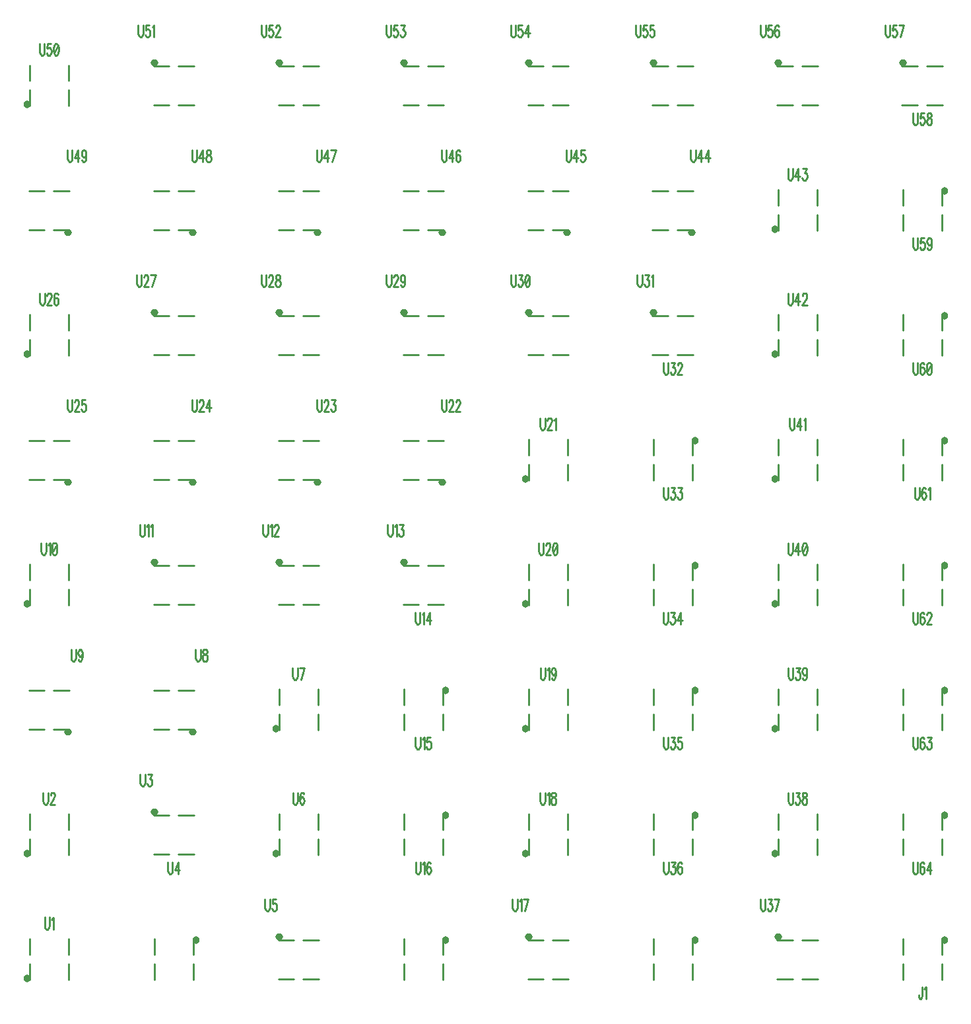
<source format=gto>
G04 DipTrace 2.4.0.2*
%IN64xAPA102x16mm.gto*%
%MOMM*%
%ADD10C,0.25*%
%ADD18O,0.925X0.974*%
%ADD20O,0.974X0.925*%
%ADD30C,0.235*%
%FSLAX53Y53*%
G04*
G71*
G90*
G75*
G01*
%LNTopSilk*%
%LPD*%
X15500Y20601D2*
D10*
Y18600D1*
X20500Y20601D2*
Y18600D1*
Y17401D2*
Y15400D1*
X15500Y17401D2*
Y15400D1*
D18*
X15137Y15537D3*
X15500Y36601D2*
D10*
Y34600D1*
X20500Y36601D2*
Y34600D1*
Y33401D2*
Y31400D1*
X15500Y33401D2*
Y31400D1*
D18*
X15137Y31537D3*
X36601Y36500D2*
D10*
X34600D1*
X36601Y31500D2*
X34600D1*
X33401D2*
X31400D1*
X33401Y36500D2*
X31400D1*
D20*
X31537Y36863D3*
X36500Y15399D2*
D10*
Y17400D1*
X31500Y15399D2*
Y17400D1*
Y18599D2*
Y20600D1*
X36500Y18599D2*
Y20600D1*
D18*
X36863Y20463D3*
X52601Y20500D2*
D10*
X50600D1*
X52601Y15500D2*
X50600D1*
X49401D2*
X47400D1*
X49401Y20500D2*
X47400D1*
D20*
X47537Y20863D3*
X47500Y36601D2*
D10*
Y34600D1*
X52500Y36601D2*
Y34600D1*
Y33401D2*
Y31400D1*
X47500Y33401D2*
Y31400D1*
D18*
X47137Y31537D3*
X47500Y52601D2*
D10*
Y50600D1*
X52500Y52601D2*
Y50600D1*
Y49401D2*
Y47400D1*
X47500Y49401D2*
Y47400D1*
D18*
X47137Y47537D3*
X31399Y47500D2*
D10*
X33400D1*
X31399Y52500D2*
X33400D1*
X34599D2*
X36600D1*
X34599Y47500D2*
X36600D1*
D20*
X36463Y47137D3*
X15399Y47500D2*
D10*
X17400D1*
X15399Y52500D2*
X17400D1*
X18599D2*
X20600D1*
X18599Y47500D2*
X20600D1*
D20*
X20463Y47137D3*
X15500Y68601D2*
D10*
Y66600D1*
X20500Y68601D2*
Y66600D1*
Y65401D2*
Y63400D1*
X15500Y65401D2*
Y63400D1*
D18*
X15137Y63537D3*
X36601Y68500D2*
D10*
X34600D1*
X36601Y63500D2*
X34600D1*
X33401D2*
X31400D1*
X33401Y68500D2*
X31400D1*
D20*
X31537Y68863D3*
X52601Y68500D2*
D10*
X50600D1*
X52601Y63500D2*
X50600D1*
X49401D2*
X47400D1*
X49401Y68500D2*
X47400D1*
D20*
X47537Y68863D3*
X68601Y68500D2*
D10*
X66600D1*
X68601Y63500D2*
X66600D1*
X65401D2*
X63400D1*
X65401Y68500D2*
X63400D1*
D20*
X63537Y68863D3*
X68500Y47399D2*
D10*
Y49400D1*
X63500Y47399D2*
Y49400D1*
Y50599D2*
Y52600D1*
X68500Y50599D2*
Y52600D1*
D18*
X68863Y52463D3*
X68500Y31399D2*
D10*
Y33400D1*
X63500Y31399D2*
Y33400D1*
Y34599D2*
Y36600D1*
X68500Y34599D2*
Y36600D1*
D18*
X68863Y36463D3*
X68500Y15399D2*
D10*
Y17400D1*
X63500Y15399D2*
Y17400D1*
Y18599D2*
Y20600D1*
X68500Y18599D2*
Y20600D1*
D18*
X68863Y20463D3*
X84601Y20500D2*
D10*
X82600D1*
X84601Y15500D2*
X82600D1*
X81401D2*
X79400D1*
X81401Y20500D2*
X79400D1*
D20*
X79537Y20863D3*
X79500Y36601D2*
D10*
Y34600D1*
X84500Y36601D2*
Y34600D1*
Y33401D2*
Y31400D1*
X79500Y33401D2*
Y31400D1*
D18*
X79137Y31537D3*
X79500Y52601D2*
D10*
Y50600D1*
X84500Y52601D2*
Y50600D1*
Y49401D2*
Y47400D1*
X79500Y49401D2*
Y47400D1*
D18*
X79137Y47537D3*
X79500Y68601D2*
D10*
Y66600D1*
X84500Y68601D2*
Y66600D1*
Y65401D2*
Y63400D1*
X79500Y65401D2*
Y63400D1*
D18*
X79137Y63537D3*
X79500Y84601D2*
D10*
Y82600D1*
X84500Y84601D2*
Y82600D1*
Y81401D2*
Y79400D1*
X79500Y81401D2*
Y79400D1*
D18*
X79137Y79537D3*
X63399Y79500D2*
D10*
X65400D1*
X63399Y84500D2*
X65400D1*
X66599D2*
X68600D1*
X66599Y79500D2*
X68600D1*
D20*
X68463Y79137D3*
X47399Y79500D2*
D10*
X49400D1*
X47399Y84500D2*
X49400D1*
X50599D2*
X52600D1*
X50599Y79500D2*
X52600D1*
D20*
X52463Y79137D3*
X31399Y79500D2*
D10*
X33400D1*
X31399Y84500D2*
X33400D1*
X34599D2*
X36600D1*
X34599Y79500D2*
X36600D1*
D20*
X36463Y79137D3*
X15399Y79500D2*
D10*
X17400D1*
X15399Y84500D2*
X17400D1*
X18599D2*
X20600D1*
X18599Y79500D2*
X20600D1*
D20*
X20463Y79137D3*
X15500Y100601D2*
D10*
Y98600D1*
X20500Y100601D2*
Y98600D1*
Y97401D2*
Y95400D1*
X15500Y97401D2*
Y95400D1*
D18*
X15137Y95537D3*
X36601Y100500D2*
D10*
X34600D1*
X36601Y95500D2*
X34600D1*
X33401D2*
X31400D1*
X33401Y100500D2*
X31400D1*
D20*
X31537Y100863D3*
X52601Y100500D2*
D10*
X50600D1*
X52601Y95500D2*
X50600D1*
X49401D2*
X47400D1*
X49401Y100500D2*
X47400D1*
D20*
X47537Y100863D3*
X68601Y100500D2*
D10*
X66600D1*
X68601Y95500D2*
X66600D1*
X65401D2*
X63400D1*
X65401Y100500D2*
X63400D1*
D20*
X63537Y100863D3*
X84601Y100500D2*
D10*
X82600D1*
X84601Y95500D2*
X82600D1*
X81401D2*
X79400D1*
X81401Y100500D2*
X79400D1*
D20*
X79537Y100863D3*
X100601Y100500D2*
D10*
X98600D1*
X100601Y95500D2*
X98600D1*
X97401D2*
X95400D1*
X97401Y100500D2*
X95400D1*
D20*
X95537Y100863D3*
X100500Y79399D2*
D10*
Y81400D1*
X95500Y79399D2*
Y81400D1*
Y82599D2*
Y84600D1*
X100500Y82599D2*
Y84600D1*
D18*
X100863Y84463D3*
X100500Y63399D2*
D10*
Y65400D1*
X95500Y63399D2*
Y65400D1*
Y66599D2*
Y68600D1*
X100500Y66599D2*
Y68600D1*
D18*
X100863Y68463D3*
X100500Y47399D2*
D10*
Y49400D1*
X95500Y47399D2*
Y49400D1*
Y50599D2*
Y52600D1*
X100500Y50599D2*
Y52600D1*
D18*
X100863Y52463D3*
X100500Y31399D2*
D10*
Y33400D1*
X95500Y31399D2*
Y33400D1*
Y34599D2*
Y36600D1*
X100500Y34599D2*
Y36600D1*
D18*
X100863Y36463D3*
X100500Y15399D2*
D10*
Y17400D1*
X95500Y15399D2*
Y17400D1*
Y18599D2*
Y20600D1*
X100500Y18599D2*
Y20600D1*
D18*
X100863Y20463D3*
X116601Y20500D2*
D10*
X114600D1*
X116601Y15500D2*
X114600D1*
X113401D2*
X111400D1*
X113401Y20500D2*
X111400D1*
D20*
X111537Y20863D3*
X111500Y36601D2*
D10*
Y34600D1*
X116500Y36601D2*
Y34600D1*
Y33401D2*
Y31400D1*
X111500Y33401D2*
Y31400D1*
D18*
X111137Y31537D3*
X111500Y52601D2*
D10*
Y50600D1*
X116500Y52601D2*
Y50600D1*
Y49401D2*
Y47400D1*
X111500Y49401D2*
Y47400D1*
D18*
X111137Y47537D3*
X111500Y68601D2*
D10*
Y66600D1*
X116500Y68601D2*
Y66600D1*
Y65401D2*
Y63400D1*
X111500Y65401D2*
Y63400D1*
D18*
X111137Y63537D3*
X111500Y84601D2*
D10*
Y82600D1*
X116500Y84601D2*
Y82600D1*
Y81401D2*
Y79400D1*
X111500Y81401D2*
Y79400D1*
D18*
X111137Y79537D3*
X111500Y100601D2*
D10*
Y98600D1*
X116500Y100601D2*
Y98600D1*
Y97401D2*
Y95400D1*
X111500Y97401D2*
Y95400D1*
D18*
X111137Y95537D3*
X111500Y116601D2*
D10*
Y114600D1*
X116500Y116601D2*
Y114600D1*
Y113401D2*
Y111400D1*
X111500Y113401D2*
Y111400D1*
D18*
X111137Y111537D3*
X95399Y111500D2*
D10*
X97400D1*
X95399Y116500D2*
X97400D1*
X98599D2*
X100600D1*
X98599Y111500D2*
X100600D1*
D20*
X100463Y111137D3*
X79399Y111500D2*
D10*
X81400D1*
X79399Y116500D2*
X81400D1*
X82599D2*
X84600D1*
X82599Y111500D2*
X84600D1*
D20*
X84463Y111137D3*
X63399Y111500D2*
D10*
X65400D1*
X63399Y116500D2*
X65400D1*
X66599D2*
X68600D1*
X66599Y111500D2*
X68600D1*
D20*
X68463Y111137D3*
X47399Y111500D2*
D10*
X49400D1*
X47399Y116500D2*
X49400D1*
X50599D2*
X52600D1*
X50599Y111500D2*
X52600D1*
D20*
X52463Y111137D3*
X31399Y111500D2*
D10*
X33400D1*
X31399Y116500D2*
X33400D1*
X34599D2*
X36600D1*
X34599Y111500D2*
X36600D1*
D20*
X36463Y111137D3*
X15399Y111500D2*
D10*
X17400D1*
X15399Y116500D2*
X17400D1*
X18599D2*
X20600D1*
X18599Y111500D2*
X20600D1*
D20*
X20463Y111137D3*
X15500Y132601D2*
D10*
Y130600D1*
X20500Y132601D2*
Y130600D1*
Y129401D2*
Y127400D1*
X15500Y129401D2*
Y127400D1*
D18*
X15137Y127537D3*
X36601Y132500D2*
D10*
X34600D1*
X36601Y127500D2*
X34600D1*
X33401D2*
X31400D1*
X33401Y132500D2*
X31400D1*
D20*
X31537Y132863D3*
X52601Y132500D2*
D10*
X50600D1*
X52601Y127500D2*
X50600D1*
X49401D2*
X47400D1*
X49401Y132500D2*
X47400D1*
D20*
X47537Y132863D3*
X68601Y132500D2*
D10*
X66600D1*
X68601Y127500D2*
X66600D1*
X65401D2*
X63400D1*
X65401Y132500D2*
X63400D1*
D20*
X63537Y132863D3*
X84601Y132500D2*
D10*
X82600D1*
X84601Y127500D2*
X82600D1*
X81401D2*
X79400D1*
X81401Y132500D2*
X79400D1*
D20*
X79537Y132863D3*
X100601Y132500D2*
D10*
X98600D1*
X100601Y127500D2*
X98600D1*
X97401D2*
X95400D1*
X97401Y132500D2*
X95400D1*
D20*
X95537Y132863D3*
X116601Y132500D2*
D10*
X114600D1*
X116601Y127500D2*
X114600D1*
X113401D2*
X111400D1*
X113401Y132500D2*
X111400D1*
D20*
X111537Y132863D3*
X132601Y132500D2*
D10*
X130600D1*
X132601Y127500D2*
X130600D1*
X129401D2*
X127400D1*
X129401Y132500D2*
X127400D1*
D20*
X127537Y132863D3*
X132500Y111399D2*
D10*
Y113400D1*
X127500Y111399D2*
Y113400D1*
Y114599D2*
Y116600D1*
X132500Y114599D2*
Y116600D1*
D18*
X132863Y116463D3*
X132500Y95399D2*
D10*
Y97400D1*
X127500Y95399D2*
Y97400D1*
Y98599D2*
Y100600D1*
X132500Y98599D2*
Y100600D1*
D18*
X132863Y100463D3*
X132500Y79399D2*
D10*
Y81400D1*
X127500Y79399D2*
Y81400D1*
Y82599D2*
Y84600D1*
X132500Y82599D2*
Y84600D1*
D18*
X132863Y84463D3*
X132500Y63399D2*
D10*
Y65400D1*
X127500Y63399D2*
Y65400D1*
Y66599D2*
Y68600D1*
X132500Y66599D2*
Y68600D1*
D18*
X132863Y68463D3*
X132500Y47399D2*
D10*
Y49400D1*
X127500Y47399D2*
Y49400D1*
Y50599D2*
Y52600D1*
X132500Y50599D2*
Y52600D1*
D18*
X132863Y52463D3*
X132500Y31399D2*
D10*
Y33400D1*
X127500Y31399D2*
Y33400D1*
Y34599D2*
Y36600D1*
X132500Y34599D2*
Y36600D1*
D18*
X132863Y36463D3*
X132500Y15399D2*
D10*
Y17400D1*
X127500Y15399D2*
Y17400D1*
Y18599D2*
Y20600D1*
X132500Y18599D2*
Y20600D1*
D18*
X132863Y20463D3*
X129968Y14482D2*
D30*
Y13316D1*
X129925Y13097D1*
X129880Y13025D1*
X129793Y12951D1*
X129705D1*
X129618Y13025D1*
X129575Y13097D1*
X129530Y13316D1*
Y13461D1*
X130250Y14189D2*
X130338Y14263D1*
X130470Y14480D1*
Y12951D1*
X17443Y23382D2*
Y22289D1*
X17486Y22070D1*
X17574Y21925D1*
X17706Y21851D1*
X17793D1*
X17924Y21925D1*
X18012Y22070D1*
X18055Y22289D1*
Y23382D1*
X18338Y23089D2*
X18426Y23163D1*
X18557Y23380D1*
Y21851D1*
X17246Y39382D2*
Y38289D1*
X17290Y38070D1*
X17378Y37925D1*
X17509Y37851D1*
X17596D1*
X17727Y37925D1*
X17815Y38070D1*
X17859Y38289D1*
Y39382D1*
X18186Y39016D2*
Y39089D1*
X18229Y39235D1*
X18273Y39308D1*
X18361Y39380D1*
X18535D1*
X18622Y39308D1*
X18666Y39235D1*
X18710Y39089D1*
Y38944D1*
X18666Y38797D1*
X18579Y38580D1*
X18141Y37851D1*
X18754D1*
X29696Y41732D2*
Y40639D1*
X29740Y40420D1*
X29828Y40275D1*
X29959Y40201D1*
X30046D1*
X30177Y40275D1*
X30265Y40420D1*
X30309Y40639D1*
Y41732D1*
X30679Y41730D2*
X31159D1*
X30897Y41147D1*
X31029D1*
X31116Y41075D1*
X31159Y41002D1*
X31204Y40783D1*
Y40639D1*
X31159Y40420D1*
X31072Y40273D1*
X30941Y40201D1*
X30810D1*
X30679Y40273D1*
X30636Y40347D1*
X30591Y40492D1*
X33225Y30482D2*
Y29389D1*
X33268Y29170D1*
X33356Y29025D1*
X33487Y28951D1*
X33574D1*
X33706Y29025D1*
X33794Y29170D1*
X33837Y29389D1*
Y30482D1*
X34557Y28951D2*
Y30480D1*
X34119Y29461D1*
X34775D1*
X45696Y25732D2*
Y24639D1*
X45740Y24420D1*
X45828Y24275D1*
X45959Y24201D1*
X46046D1*
X46177Y24275D1*
X46265Y24420D1*
X46309Y24639D1*
Y25732D1*
X47116Y25730D2*
X46679D1*
X46636Y25075D1*
X46679Y25147D1*
X46811Y25221D1*
X46941D1*
X47072Y25147D1*
X47160Y25002D1*
X47204Y24783D1*
Y24639D1*
X47160Y24420D1*
X47072Y24273D1*
X46941Y24201D1*
X46811D1*
X46679Y24273D1*
X46636Y24347D1*
X46591Y24492D1*
X49269Y39382D2*
Y38289D1*
X49312Y38070D1*
X49400Y37925D1*
X49531Y37851D1*
X49618D1*
X49750Y37925D1*
X49838Y38070D1*
X49881Y38289D1*
Y39382D1*
X50688Y39163D2*
X50645Y39308D1*
X50513Y39380D1*
X50426D1*
X50295Y39308D1*
X50207Y39089D1*
X50163Y38725D1*
Y38361D1*
X50207Y38070D1*
X50295Y37923D1*
X50426Y37851D1*
X50470D1*
X50600Y37923D1*
X50688Y38070D1*
X50731Y38289D1*
Y38361D1*
X50688Y38580D1*
X50600Y38725D1*
X50470Y38797D1*
X50426D1*
X50295Y38725D1*
X50207Y38580D1*
X50163Y38361D1*
X49246Y55382D2*
Y54289D1*
X49290Y54070D1*
X49378Y53925D1*
X49509Y53851D1*
X49596D1*
X49727Y53925D1*
X49815Y54070D1*
X49859Y54289D1*
Y55382D1*
X50316Y53851D2*
X50754Y55380D1*
X50141D1*
X36797Y57732D2*
Y56639D1*
X36840Y56420D1*
X36928Y56275D1*
X37060Y56201D1*
X37147D1*
X37278Y56275D1*
X37366Y56420D1*
X37409Y56639D1*
Y57732D1*
X37910Y57730D2*
X37780Y57658D1*
X37735Y57513D1*
Y57366D1*
X37780Y57221D1*
X37867Y57147D1*
X38041Y57075D1*
X38173Y57002D1*
X38260Y56856D1*
X38303Y56711D1*
Y56492D1*
X38260Y56347D1*
X38216Y56273D1*
X38085Y56201D1*
X37910D1*
X37780Y56273D1*
X37735Y56347D1*
X37692Y56492D1*
Y56711D1*
X37735Y56856D1*
X37823Y57002D1*
X37953Y57075D1*
X38128Y57147D1*
X38216Y57221D1*
X38260Y57366D1*
Y57513D1*
X38216Y57658D1*
X38085Y57730D1*
X37910D1*
X20818Y57732D2*
Y56639D1*
X20861Y56420D1*
X20949Y56275D1*
X21081Y56201D1*
X21168D1*
X21299Y56275D1*
X21387Y56420D1*
X21431Y56639D1*
Y57732D1*
X22282Y57221D2*
X22237Y57002D1*
X22151Y56856D1*
X22019Y56783D1*
X21976D1*
X21844Y56856D1*
X21757Y57002D1*
X21713Y57221D1*
Y57294D1*
X21757Y57513D1*
X21844Y57658D1*
X21976Y57730D1*
X22019D1*
X22151Y57658D1*
X22237Y57513D1*
X22282Y57221D1*
Y56856D1*
X22237Y56492D1*
X22151Y56273D1*
X22019Y56201D1*
X21932D1*
X21801Y56273D1*
X21757Y56420D1*
X16995Y71382D2*
Y70289D1*
X17039Y70070D1*
X17127Y69925D1*
X17258Y69851D1*
X17345D1*
X17477Y69925D1*
X17565Y70070D1*
X17608Y70289D1*
Y71382D1*
X17890Y71089D2*
X17978Y71163D1*
X18110Y71380D1*
Y69851D1*
X18655Y71380D2*
X18523Y71308D1*
X18435Y71089D1*
X18392Y70725D1*
Y70506D1*
X18435Y70142D1*
X18523Y69923D1*
X18655Y69851D1*
X18742D1*
X18873Y69923D1*
X18960Y70142D1*
X19005Y70506D1*
Y70725D1*
X18960Y71089D1*
X18873Y71308D1*
X18742Y71380D1*
X18655D1*
X18960Y71089D2*
X18435Y70142D1*
X29642Y73732D2*
Y72639D1*
X29686Y72420D1*
X29773Y72275D1*
X29905Y72201D1*
X29992D1*
X30123Y72275D1*
X30211Y72420D1*
X30255Y72639D1*
Y73732D1*
X30537Y73439D2*
X30625Y73513D1*
X30756Y73730D1*
Y72201D1*
X31039Y73439D2*
X31127Y73513D1*
X31258Y73730D1*
Y72201D1*
X45445Y73732D2*
Y72639D1*
X45489Y72420D1*
X45577Y72275D1*
X45708Y72201D1*
X45795D1*
X45927Y72275D1*
X46015Y72420D1*
X46058Y72639D1*
Y73732D1*
X46340Y73439D2*
X46428Y73513D1*
X46560Y73730D1*
Y72201D1*
X46886Y73366D2*
Y73439D1*
X46930Y73585D1*
X46973Y73658D1*
X47061Y73730D1*
X47236D1*
X47323Y73658D1*
X47367Y73585D1*
X47411Y73439D1*
Y73294D1*
X47367Y73147D1*
X47280Y72930D1*
X46842Y72201D1*
X47455D1*
X61445Y73732D2*
Y72639D1*
X61489Y72420D1*
X61577Y72275D1*
X61708Y72201D1*
X61795D1*
X61927Y72275D1*
X62015Y72420D1*
X62058Y72639D1*
Y73732D1*
X62340Y73439D2*
X62428Y73513D1*
X62560Y73730D1*
Y72201D1*
X62930Y73730D2*
X63410D1*
X63148Y73147D1*
X63280D1*
X63367Y73075D1*
X63410Y73002D1*
X63455Y72783D1*
Y72639D1*
X63410Y72420D1*
X63323Y72273D1*
X63192Y72201D1*
X63060D1*
X62930Y72273D1*
X62886Y72347D1*
X62842Y72492D1*
X64974Y62482D2*
Y61389D1*
X65017Y61170D1*
X65105Y61025D1*
X65237Y60951D1*
X65323D1*
X65455Y61025D1*
X65543Y61170D1*
X65586Y61389D1*
Y62482D1*
X65869Y62189D2*
X65957Y62263D1*
X66088Y62480D1*
Y60951D1*
X66808D2*
Y62480D1*
X66370Y61461D1*
X67026D1*
X64995Y46482D2*
Y45389D1*
X65039Y45170D1*
X65127Y45025D1*
X65258Y44951D1*
X65345D1*
X65477Y45025D1*
X65565Y45170D1*
X65608Y45389D1*
Y46482D1*
X65890Y46189D2*
X65978Y46263D1*
X66110Y46480D1*
Y44951D1*
X66917Y46480D2*
X66480D1*
X66436Y45825D1*
X66480Y45897D1*
X66611Y45971D1*
X66742D1*
X66873Y45897D1*
X66961Y45752D1*
X67005Y45533D1*
Y45389D1*
X66961Y45170D1*
X66873Y45023D1*
X66742Y44951D1*
X66611D1*
X66480Y45023D1*
X66436Y45097D1*
X66392Y45242D1*
X65018Y30482D2*
Y29389D1*
X65061Y29170D1*
X65149Y29025D1*
X65280Y28951D1*
X65367D1*
X65499Y29025D1*
X65587Y29170D1*
X65630Y29389D1*
Y30482D1*
X65913Y30189D2*
X66001Y30263D1*
X66132Y30480D1*
Y28951D1*
X66939Y30263D2*
X66895Y30408D1*
X66764Y30480D1*
X66677D1*
X66546Y30408D1*
X66458Y30189D1*
X66414Y29825D1*
Y29461D1*
X66458Y29170D1*
X66546Y29023D1*
X66677Y28951D1*
X66721D1*
X66851Y29023D1*
X66939Y29170D1*
X66982Y29389D1*
Y29461D1*
X66939Y29680D1*
X66851Y29825D1*
X66721Y29897D1*
X66677D1*
X66546Y29825D1*
X66458Y29680D1*
X66414Y29461D1*
X77445Y25732D2*
Y24639D1*
X77489Y24420D1*
X77577Y24275D1*
X77708Y24201D1*
X77795D1*
X77927Y24275D1*
X78015Y24420D1*
X78058Y24639D1*
Y25732D1*
X78340Y25439D2*
X78428Y25513D1*
X78560Y25730D1*
Y24201D1*
X79017D2*
X79455Y25730D1*
X78842D1*
X80996Y39382D2*
Y38289D1*
X81039Y38070D1*
X81127Y37925D1*
X81259Y37851D1*
X81346D1*
X81477Y37925D1*
X81565Y38070D1*
X81608Y38289D1*
Y39382D1*
X81891Y39089D2*
X81979Y39163D1*
X82110Y39380D1*
Y37851D1*
X82611Y39380D2*
X82480Y39308D1*
X82436Y39163D1*
Y39016D1*
X82480Y38871D1*
X82567Y38797D1*
X82742Y38725D1*
X82874Y38652D1*
X82961Y38506D1*
X83004Y38361D1*
Y38142D1*
X82961Y37997D1*
X82917Y37923D1*
X82786Y37851D1*
X82611D1*
X82480Y37923D1*
X82436Y37997D1*
X82393Y38142D1*
Y38361D1*
X82436Y38506D1*
X82524Y38652D1*
X82654Y38725D1*
X82829Y38797D1*
X82917Y38871D1*
X82961Y39016D1*
Y39163D1*
X82917Y39308D1*
X82786Y39380D1*
X82611D1*
X81017Y55382D2*
Y54289D1*
X81061Y54070D1*
X81149Y53925D1*
X81280Y53851D1*
X81367D1*
X81498Y53925D1*
X81586Y54070D1*
X81630Y54289D1*
Y55382D1*
X81912Y55089D2*
X82000Y55163D1*
X82131Y55380D1*
Y53851D1*
X82983Y54871D2*
X82938Y54652D1*
X82851Y54506D1*
X82720Y54433D1*
X82677D1*
X82545Y54506D1*
X82458Y54652D1*
X82414Y54871D1*
Y54944D1*
X82458Y55163D1*
X82545Y55308D1*
X82677Y55380D1*
X82720D1*
X82851Y55308D1*
X82938Y55163D1*
X82983Y54871D1*
Y54506D1*
X82938Y54142D1*
X82851Y53923D1*
X82720Y53851D1*
X82633D1*
X82502Y53923D1*
X82458Y54070D1*
X80799Y71382D2*
Y70289D1*
X80842Y70070D1*
X80930Y69925D1*
X81062Y69851D1*
X81149D1*
X81280Y69925D1*
X81368Y70070D1*
X81411Y70289D1*
Y71382D1*
X81738Y71016D2*
Y71089D1*
X81782Y71235D1*
X81825Y71308D1*
X81913Y71380D1*
X82088D1*
X82175Y71308D1*
X82218Y71235D1*
X82263Y71089D1*
Y70944D1*
X82218Y70797D1*
X82131Y70580D1*
X81694Y69851D1*
X82306D1*
X82851Y71380D2*
X82720Y71308D1*
X82632Y71089D1*
X82589Y70725D1*
Y70506D1*
X82632Y70142D1*
X82720Y69923D1*
X82851Y69851D1*
X82938D1*
X83070Y69923D1*
X83157Y70142D1*
X83201Y70506D1*
Y70725D1*
X83157Y71089D1*
X83070Y71308D1*
X82938Y71380D1*
X82851D1*
X83157Y71089D2*
X82632Y70142D1*
X80995Y87382D2*
Y86289D1*
X81039Y86070D1*
X81127Y85925D1*
X81258Y85851D1*
X81345D1*
X81477Y85925D1*
X81565Y86070D1*
X81608Y86289D1*
Y87382D1*
X81935Y87016D2*
Y87089D1*
X81978Y87235D1*
X82022Y87308D1*
X82110Y87380D1*
X82285D1*
X82371Y87308D1*
X82415Y87235D1*
X82459Y87089D1*
Y86944D1*
X82415Y86797D1*
X82328Y86580D1*
X81890Y85851D1*
X82503D1*
X82785Y87089D2*
X82873Y87163D1*
X83005Y87380D1*
Y85851D1*
X68349Y89732D2*
Y88639D1*
X68392Y88420D1*
X68480Y88275D1*
X68612Y88201D1*
X68699D1*
X68830Y88275D1*
X68918Y88420D1*
X68961Y88639D1*
Y89732D1*
X69288Y89366D2*
Y89439D1*
X69332Y89585D1*
X69375Y89658D1*
X69463Y89730D1*
X69638D1*
X69725Y89658D1*
X69768Y89585D1*
X69813Y89439D1*
Y89294D1*
X69768Y89147D1*
X69681Y88930D1*
X69244Y88201D1*
X69856D1*
X70183Y89366D2*
Y89439D1*
X70227Y89585D1*
X70270Y89658D1*
X70358Y89730D1*
X70533D1*
X70620Y89658D1*
X70663Y89585D1*
X70708Y89439D1*
Y89294D1*
X70663Y89147D1*
X70576Y88930D1*
X70139Y88201D1*
X70751D1*
X52349Y89732D2*
Y88639D1*
X52392Y88420D1*
X52480Y88275D1*
X52612Y88201D1*
X52699D1*
X52830Y88275D1*
X52918Y88420D1*
X52961Y88639D1*
Y89732D1*
X53288Y89366D2*
Y89439D1*
X53332Y89585D1*
X53375Y89658D1*
X53463Y89730D1*
X53638D1*
X53725Y89658D1*
X53768Y89585D1*
X53813Y89439D1*
Y89294D1*
X53768Y89147D1*
X53681Y88930D1*
X53244Y88201D1*
X53856D1*
X54227Y89730D2*
X54707D1*
X54445Y89147D1*
X54576D1*
X54663Y89075D1*
X54707Y89002D1*
X54751Y88783D1*
Y88639D1*
X54707Y88420D1*
X54620Y88273D1*
X54488Y88201D1*
X54357D1*
X54227Y88273D1*
X54183Y88347D1*
X54139Y88492D1*
X36327Y89732D2*
Y88639D1*
X36371Y88420D1*
X36459Y88275D1*
X36590Y88201D1*
X36677D1*
X36808Y88275D1*
X36896Y88420D1*
X36940Y88639D1*
Y89732D1*
X37266Y89366D2*
Y89439D1*
X37310Y89585D1*
X37353Y89658D1*
X37441Y89730D1*
X37616D1*
X37703Y89658D1*
X37747Y89585D1*
X37791Y89439D1*
Y89294D1*
X37747Y89147D1*
X37660Y88930D1*
X37222Y88201D1*
X37835D1*
X38555D2*
Y89730D1*
X38117Y88711D1*
X38773D1*
X20349Y89732D2*
Y88639D1*
X20392Y88420D1*
X20480Y88275D1*
X20612Y88201D1*
X20699D1*
X20830Y88275D1*
X20918Y88420D1*
X20961Y88639D1*
Y89732D1*
X21288Y89366D2*
Y89439D1*
X21332Y89585D1*
X21375Y89658D1*
X21463Y89730D1*
X21638D1*
X21725Y89658D1*
X21768Y89585D1*
X21813Y89439D1*
Y89294D1*
X21768Y89147D1*
X21681Y88930D1*
X21244Y88201D1*
X21856D1*
X22663Y89730D2*
X22227D1*
X22183Y89075D1*
X22227Y89147D1*
X22358Y89221D1*
X22488D1*
X22620Y89147D1*
X22708Y89002D1*
X22751Y88783D1*
Y88639D1*
X22708Y88420D1*
X22620Y88273D1*
X22488Y88201D1*
X22358D1*
X22227Y88273D1*
X22183Y88347D1*
X22139Y88492D1*
X16821Y103382D2*
Y102289D1*
X16865Y102070D1*
X16952Y101925D1*
X17084Y101851D1*
X17171D1*
X17302Y101925D1*
X17390Y102070D1*
X17434Y102289D1*
Y103382D1*
X17760Y103016D2*
Y103089D1*
X17804Y103235D1*
X17847Y103308D1*
X17935Y103380D1*
X18110D1*
X18197Y103308D1*
X18241Y103235D1*
X18285Y103089D1*
Y102944D1*
X18241Y102797D1*
X18154Y102580D1*
X17716Y101851D1*
X18329D1*
X19135Y103163D2*
X19092Y103308D1*
X18961Y103380D1*
X18874D1*
X18742Y103308D1*
X18654Y103089D1*
X18611Y102725D1*
Y102361D1*
X18654Y102070D1*
X18742Y101923D1*
X18874Y101851D1*
X18917D1*
X19048Y101923D1*
X19135Y102070D1*
X19179Y102289D1*
Y102361D1*
X19135Y102580D1*
X19048Y102725D1*
X18917Y102797D1*
X18874D1*
X18742Y102725D1*
X18654Y102580D1*
X18611Y102361D1*
X29249Y105732D2*
Y104639D1*
X29292Y104420D1*
X29380Y104275D1*
X29512Y104201D1*
X29599D1*
X29730Y104275D1*
X29818Y104420D1*
X29861Y104639D1*
Y105732D1*
X30188Y105366D2*
Y105439D1*
X30232Y105585D1*
X30275Y105658D1*
X30363Y105730D1*
X30538D1*
X30625Y105658D1*
X30668Y105585D1*
X30713Y105439D1*
Y105294D1*
X30668Y105147D1*
X30581Y104930D1*
X30144Y104201D1*
X30756D1*
X31213D2*
X31651Y105730D1*
X31039D1*
X45249Y105732D2*
Y104639D1*
X45293Y104420D1*
X45381Y104275D1*
X45512Y104201D1*
X45599D1*
X45730Y104275D1*
X45818Y104420D1*
X45862Y104639D1*
Y105732D1*
X46189Y105366D2*
Y105439D1*
X46232Y105585D1*
X46276Y105658D1*
X46364Y105730D1*
X46538D1*
X46625Y105658D1*
X46669Y105585D1*
X46713Y105439D1*
Y105294D1*
X46669Y105147D1*
X46582Y104930D1*
X46144Y104201D1*
X46757D1*
X47257Y105730D2*
X47127Y105658D1*
X47083Y105513D1*
Y105366D1*
X47127Y105221D1*
X47214Y105147D1*
X47389Y105075D1*
X47520Y105002D1*
X47607Y104856D1*
X47651Y104711D1*
Y104492D1*
X47607Y104347D1*
X47564Y104273D1*
X47432Y104201D1*
X47257D1*
X47127Y104273D1*
X47083Y104347D1*
X47039Y104492D1*
Y104711D1*
X47083Y104856D1*
X47171Y105002D1*
X47301Y105075D1*
X47476Y105147D1*
X47564Y105221D1*
X47607Y105366D1*
Y105513D1*
X47564Y105658D1*
X47432Y105730D1*
X47257D1*
X61271Y105732D2*
Y104639D1*
X61314Y104420D1*
X61402Y104275D1*
X61533Y104201D1*
X61620D1*
X61752Y104275D1*
X61840Y104420D1*
X61883Y104639D1*
Y105732D1*
X62210Y105366D2*
Y105439D1*
X62253Y105585D1*
X62297Y105658D1*
X62385Y105730D1*
X62560D1*
X62647Y105658D1*
X62690Y105585D1*
X62735Y105439D1*
Y105294D1*
X62690Y105147D1*
X62603Y104930D1*
X62165Y104201D1*
X62778D1*
X63629Y105221D2*
X63585Y105002D1*
X63498Y104856D1*
X63367Y104783D1*
X63323D1*
X63192Y104856D1*
X63105Y105002D1*
X63060Y105221D1*
Y105294D1*
X63105Y105513D1*
X63192Y105658D1*
X63323Y105730D1*
X63367D1*
X63498Y105658D1*
X63585Y105513D1*
X63629Y105221D1*
Y104856D1*
X63585Y104492D1*
X63498Y104273D1*
X63367Y104201D1*
X63280D1*
X63148Y104273D1*
X63105Y104420D1*
X77249Y105732D2*
Y104639D1*
X77292Y104420D1*
X77380Y104275D1*
X77512Y104201D1*
X77599D1*
X77730Y104275D1*
X77818Y104420D1*
X77861Y104639D1*
Y105732D1*
X78232Y105730D2*
X78712D1*
X78450Y105147D1*
X78581D1*
X78668Y105075D1*
X78712Y105002D1*
X78756Y104783D1*
Y104639D1*
X78712Y104420D1*
X78625Y104273D1*
X78493Y104201D1*
X78362D1*
X78232Y104273D1*
X78188Y104347D1*
X78144Y104492D1*
X79301Y105730D2*
X79170Y105658D1*
X79082Y105439D1*
X79039Y105075D1*
Y104856D1*
X79082Y104492D1*
X79170Y104273D1*
X79301Y104201D1*
X79388D1*
X79520Y104273D1*
X79607Y104492D1*
X79651Y104856D1*
Y105075D1*
X79607Y105439D1*
X79520Y105658D1*
X79388Y105730D1*
X79301D1*
X79607Y105439D2*
X79082Y104492D1*
X93445Y105732D2*
Y104639D1*
X93489Y104420D1*
X93577Y104275D1*
X93708Y104201D1*
X93795D1*
X93927Y104275D1*
X94015Y104420D1*
X94058Y104639D1*
Y105732D1*
X94428Y105730D2*
X94908D1*
X94647Y105147D1*
X94778D1*
X94865Y105075D1*
X94908Y105002D1*
X94953Y104783D1*
Y104639D1*
X94908Y104420D1*
X94821Y104273D1*
X94690Y104201D1*
X94559D1*
X94428Y104273D1*
X94385Y104347D1*
X94340Y104492D1*
X95235Y105439D2*
X95323Y105513D1*
X95455Y105730D1*
Y104201D1*
X96799Y94482D2*
Y93389D1*
X96842Y93170D1*
X96930Y93025D1*
X97062Y92951D1*
X97149D1*
X97280Y93025D1*
X97368Y93170D1*
X97411Y93389D1*
Y94482D1*
X97782Y94480D2*
X98262D1*
X98000Y93897D1*
X98131D1*
X98218Y93825D1*
X98262Y93752D1*
X98306Y93533D1*
Y93389D1*
X98262Y93170D1*
X98175Y93023D1*
X98043Y92951D1*
X97912D1*
X97782Y93023D1*
X97738Y93097D1*
X97694Y93242D1*
X98633Y94116D2*
Y94189D1*
X98677Y94335D1*
X98720Y94408D1*
X98808Y94480D1*
X98983D1*
X99070Y94408D1*
X99113Y94335D1*
X99158Y94189D1*
Y94044D1*
X99113Y93897D1*
X99026Y93680D1*
X98589Y92951D1*
X99201D1*
X96799Y78482D2*
Y77389D1*
X96842Y77170D1*
X96930Y77025D1*
X97062Y76951D1*
X97149D1*
X97280Y77025D1*
X97368Y77170D1*
X97411Y77389D1*
Y78482D1*
X97782Y78480D2*
X98262D1*
X98000Y77897D1*
X98131D1*
X98218Y77825D1*
X98262Y77752D1*
X98306Y77533D1*
Y77389D1*
X98262Y77170D1*
X98175Y77023D1*
X98043Y76951D1*
X97912D1*
X97782Y77023D1*
X97738Y77097D1*
X97694Y77242D1*
X98677Y78480D2*
X99157D1*
X98895Y77897D1*
X99026D1*
X99113Y77825D1*
X99157Y77752D1*
X99201Y77533D1*
Y77389D1*
X99157Y77170D1*
X99070Y77023D1*
X98938Y76951D1*
X98807D1*
X98677Y77023D1*
X98633Y77097D1*
X98589Y77242D1*
X96777Y62482D2*
Y61389D1*
X96821Y61170D1*
X96909Y61025D1*
X97040Y60951D1*
X97127D1*
X97258Y61025D1*
X97346Y61170D1*
X97390Y61389D1*
Y62482D1*
X97760Y62480D2*
X98240D1*
X97978Y61897D1*
X98110D1*
X98197Y61825D1*
X98240Y61752D1*
X98285Y61533D1*
Y61389D1*
X98240Y61170D1*
X98153Y61023D1*
X98022Y60951D1*
X97890D1*
X97760Y61023D1*
X97716Y61097D1*
X97672Y61242D1*
X99005Y60951D2*
Y62480D1*
X98567Y61461D1*
X99223D1*
X96799Y46482D2*
Y45389D1*
X96842Y45170D1*
X96930Y45025D1*
X97062Y44951D1*
X97149D1*
X97280Y45025D1*
X97368Y45170D1*
X97411Y45389D1*
Y46482D1*
X97782Y46480D2*
X98262D1*
X98000Y45897D1*
X98131D1*
X98218Y45825D1*
X98262Y45752D1*
X98306Y45533D1*
Y45389D1*
X98262Y45170D1*
X98175Y45023D1*
X98043Y44951D1*
X97912D1*
X97782Y45023D1*
X97738Y45097D1*
X97694Y45242D1*
X99113Y46480D2*
X98677D1*
X98633Y45825D1*
X98677Y45897D1*
X98808Y45971D1*
X98938D1*
X99070Y45897D1*
X99158Y45752D1*
X99201Y45533D1*
Y45389D1*
X99158Y45170D1*
X99070Y45023D1*
X98938Y44951D1*
X98808D1*
X98677Y45023D1*
X98633Y45097D1*
X98589Y45242D1*
X96821Y30482D2*
Y29389D1*
X96865Y29170D1*
X96952Y29025D1*
X97084Y28951D1*
X97171D1*
X97302Y29025D1*
X97390Y29170D1*
X97434Y29389D1*
Y30482D1*
X97804Y30480D2*
X98284D1*
X98022Y29897D1*
X98154D1*
X98241Y29825D1*
X98284Y29752D1*
X98329Y29533D1*
Y29389D1*
X98284Y29170D1*
X98197Y29023D1*
X98066Y28951D1*
X97934D1*
X97804Y29023D1*
X97760Y29097D1*
X97716Y29242D1*
X99135Y30263D2*
X99092Y30408D1*
X98961Y30480D1*
X98874D1*
X98742Y30408D1*
X98654Y30189D1*
X98611Y29825D1*
Y29461D1*
X98654Y29170D1*
X98742Y29023D1*
X98874Y28951D1*
X98917D1*
X99048Y29023D1*
X99135Y29170D1*
X99179Y29389D1*
Y29461D1*
X99135Y29680D1*
X99048Y29825D1*
X98917Y29897D1*
X98874D1*
X98742Y29825D1*
X98654Y29680D1*
X98611Y29461D1*
X109249Y25732D2*
Y24639D1*
X109292Y24420D1*
X109380Y24275D1*
X109512Y24201D1*
X109599D1*
X109730Y24275D1*
X109818Y24420D1*
X109861Y24639D1*
Y25732D1*
X110232Y25730D2*
X110712D1*
X110450Y25147D1*
X110581D1*
X110668Y25075D1*
X110712Y25002D1*
X110756Y24783D1*
Y24639D1*
X110712Y24420D1*
X110625Y24273D1*
X110493Y24201D1*
X110362D1*
X110232Y24273D1*
X110188Y24347D1*
X110144Y24492D1*
X111213Y24201D2*
X111651Y25730D1*
X111039D1*
X112799Y39382D2*
Y38289D1*
X112843Y38070D1*
X112931Y37925D1*
X113062Y37851D1*
X113149D1*
X113280Y37925D1*
X113368Y38070D1*
X113412Y38289D1*
Y39382D1*
X113782Y39380D2*
X114262D1*
X114001Y38797D1*
X114132D1*
X114219Y38725D1*
X114262Y38652D1*
X114307Y38433D1*
Y38289D1*
X114262Y38070D1*
X114175Y37923D1*
X114044Y37851D1*
X113913D1*
X113782Y37923D1*
X113739Y37997D1*
X113694Y38142D1*
X114807Y39380D2*
X114677Y39308D1*
X114633Y39163D1*
Y39016D1*
X114677Y38871D1*
X114764Y38797D1*
X114939Y38725D1*
X115070Y38652D1*
X115157Y38506D1*
X115201Y38361D1*
Y38142D1*
X115157Y37997D1*
X115114Y37923D1*
X114982Y37851D1*
X114807D1*
X114677Y37923D1*
X114633Y37997D1*
X114589Y38142D1*
Y38361D1*
X114633Y38506D1*
X114721Y38652D1*
X114851Y38725D1*
X115026Y38797D1*
X115114Y38871D1*
X115157Y39016D1*
Y39163D1*
X115114Y39308D1*
X114982Y39380D1*
X114807D1*
X112821Y55382D2*
Y54289D1*
X112864Y54070D1*
X112952Y53925D1*
X113083Y53851D1*
X113170D1*
X113302Y53925D1*
X113390Y54070D1*
X113433Y54289D1*
Y55382D1*
X113803Y55380D2*
X114284D1*
X114022Y54797D1*
X114153D1*
X114240Y54725D1*
X114284Y54652D1*
X114328Y54433D1*
Y54289D1*
X114284Y54070D1*
X114197Y53923D1*
X114065Y53851D1*
X113934D1*
X113803Y53923D1*
X113760Y53997D1*
X113715Y54142D1*
X115179Y54871D2*
X115135Y54652D1*
X115048Y54506D1*
X114917Y54433D1*
X114873D1*
X114742Y54506D1*
X114655Y54652D1*
X114610Y54871D1*
Y54944D1*
X114655Y55163D1*
X114742Y55308D1*
X114873Y55380D1*
X114917D1*
X115048Y55308D1*
X115135Y55163D1*
X115179Y54871D1*
Y54506D1*
X115135Y54142D1*
X115048Y53923D1*
X114917Y53851D1*
X114830D1*
X114698Y53923D1*
X114655Y54070D1*
X112777Y71382D2*
Y70289D1*
X112821Y70070D1*
X112909Y69925D1*
X113040Y69851D1*
X113127D1*
X113258Y69925D1*
X113346Y70070D1*
X113390Y70289D1*
Y71382D1*
X114110Y69851D2*
Y71380D1*
X113672Y70361D1*
X114328D1*
X114873Y71380D2*
X114742Y71308D1*
X114654Y71089D1*
X114610Y70725D1*
Y70506D1*
X114654Y70142D1*
X114742Y69923D1*
X114873Y69851D1*
X114960D1*
X115091Y69923D1*
X115178Y70142D1*
X115223Y70506D1*
Y70725D1*
X115178Y71089D1*
X115091Y71308D1*
X114960Y71380D1*
X114873D1*
X115178Y71089D2*
X114654Y70142D1*
X112974Y87382D2*
Y86289D1*
X113017Y86070D1*
X113105Y85925D1*
X113237Y85851D1*
X113323D1*
X113455Y85925D1*
X113543Y86070D1*
X113586Y86289D1*
Y87382D1*
X114306Y85851D2*
Y87380D1*
X113869Y86361D1*
X114525D1*
X114807Y87089D2*
X114895Y87163D1*
X115026Y87380D1*
Y85851D1*
X112777Y103382D2*
Y102289D1*
X112821Y102070D1*
X112909Y101925D1*
X113040Y101851D1*
X113127D1*
X113258Y101925D1*
X113346Y102070D1*
X113390Y102289D1*
Y103382D1*
X114110Y101851D2*
Y103380D1*
X113672Y102361D1*
X114328D1*
X114655Y103016D2*
Y103089D1*
X114698Y103235D1*
X114742Y103308D1*
X114830Y103380D1*
X115005D1*
X115091Y103308D1*
X115135Y103235D1*
X115179Y103089D1*
Y102944D1*
X115135Y102797D1*
X115048Y102580D1*
X114610Y101851D1*
X115223D1*
X112777Y119382D2*
Y118289D1*
X112821Y118070D1*
X112909Y117925D1*
X113040Y117851D1*
X113127D1*
X113258Y117925D1*
X113346Y118070D1*
X113390Y118289D1*
Y119382D1*
X114110Y117851D2*
Y119380D1*
X113672Y118361D1*
X114328D1*
X114698Y119380D2*
X115178D1*
X114917Y118797D1*
X115048D1*
X115135Y118725D1*
X115178Y118652D1*
X115223Y118433D1*
Y118289D1*
X115178Y118070D1*
X115091Y117923D1*
X114960Y117851D1*
X114829D1*
X114698Y117923D1*
X114655Y117997D1*
X114610Y118142D1*
X100305Y121732D2*
Y120639D1*
X100349Y120420D1*
X100437Y120275D1*
X100568Y120201D1*
X100655D1*
X100787Y120275D1*
X100874Y120420D1*
X100918Y120639D1*
Y121732D1*
X101638Y120201D2*
Y121730D1*
X101200Y120711D1*
X101856D1*
X102576Y120201D2*
Y121730D1*
X102139Y120711D1*
X102795D1*
X84327Y121732D2*
Y120639D1*
X84371Y120420D1*
X84459Y120275D1*
X84590Y120201D1*
X84677D1*
X84808Y120275D1*
X84896Y120420D1*
X84940Y120639D1*
Y121732D1*
X85660Y120201D2*
Y121730D1*
X85222Y120711D1*
X85878D1*
X86685Y121730D2*
X86248D1*
X86205Y121075D1*
X86248Y121147D1*
X86380Y121221D1*
X86510D1*
X86641Y121147D1*
X86729Y121002D1*
X86773Y120783D1*
Y120639D1*
X86729Y120420D1*
X86641Y120273D1*
X86510Y120201D1*
X86380D1*
X86248Y120273D1*
X86205Y120347D1*
X86160Y120492D1*
X68349Y121732D2*
Y120639D1*
X68393Y120420D1*
X68481Y120275D1*
X68612Y120201D1*
X68699D1*
X68830Y120275D1*
X68918Y120420D1*
X68962Y120639D1*
Y121732D1*
X69682Y120201D2*
Y121730D1*
X69244Y120711D1*
X69900D1*
X70707Y121513D2*
X70664Y121658D1*
X70532Y121730D1*
X70445D1*
X70314Y121658D1*
X70226Y121439D1*
X70183Y121075D1*
Y120711D1*
X70226Y120420D1*
X70314Y120273D1*
X70445Y120201D1*
X70489D1*
X70619Y120273D1*
X70707Y120420D1*
X70751Y120639D1*
Y120711D1*
X70707Y120930D1*
X70619Y121075D1*
X70489Y121147D1*
X70445D1*
X70314Y121075D1*
X70226Y120930D1*
X70183Y120711D1*
X52327Y121732D2*
Y120639D1*
X52371Y120420D1*
X52459Y120275D1*
X52590Y120201D1*
X52677D1*
X52808Y120275D1*
X52896Y120420D1*
X52940Y120639D1*
Y121732D1*
X53660Y120201D2*
Y121730D1*
X53222Y120711D1*
X53878D1*
X54335Y120201D2*
X54773Y121730D1*
X54160D1*
X36328Y121732D2*
Y120639D1*
X36371Y120420D1*
X36459Y120275D1*
X36590Y120201D1*
X36677D1*
X36809Y120275D1*
X36897Y120420D1*
X36940Y120639D1*
Y121732D1*
X37660Y120201D2*
Y121730D1*
X37223Y120711D1*
X37878D1*
X38379Y121730D2*
X38249Y121658D1*
X38204Y121513D1*
Y121366D1*
X38249Y121221D1*
X38336Y121147D1*
X38511Y121075D1*
X38642Y121002D1*
X38729Y120856D1*
X38772Y120711D1*
Y120492D1*
X38729Y120347D1*
X38685Y120273D1*
X38554Y120201D1*
X38379D1*
X38249Y120273D1*
X38204Y120347D1*
X38161Y120492D1*
Y120711D1*
X38204Y120856D1*
X38292Y121002D1*
X38423Y121075D1*
X38598Y121147D1*
X38685Y121221D1*
X38729Y121366D1*
Y121513D1*
X38685Y121658D1*
X38554Y121730D1*
X38379D1*
X20349Y121732D2*
Y120639D1*
X20392Y120420D1*
X20480Y120275D1*
X20612Y120201D1*
X20699D1*
X20830Y120275D1*
X20918Y120420D1*
X20961Y120639D1*
Y121732D1*
X21681Y120201D2*
Y121730D1*
X21244Y120711D1*
X21900D1*
X22751Y121221D2*
X22707Y121002D1*
X22620Y120856D1*
X22488Y120783D1*
X22445D1*
X22313Y120856D1*
X22227Y121002D1*
X22182Y121221D1*
Y121294D1*
X22227Y121513D1*
X22313Y121658D1*
X22445Y121730D1*
X22488D1*
X22620Y121658D1*
X22707Y121513D1*
X22751Y121221D1*
Y120856D1*
X22707Y120492D1*
X22620Y120273D1*
X22488Y120201D1*
X22401D1*
X22270Y120273D1*
X22227Y120420D1*
X16799Y135382D2*
Y134289D1*
X16842Y134070D1*
X16930Y133925D1*
X17062Y133851D1*
X17149D1*
X17280Y133925D1*
X17368Y134070D1*
X17411Y134289D1*
Y135382D1*
X18218Y135380D2*
X17782D1*
X17738Y134725D1*
X17782Y134797D1*
X17913Y134871D1*
X18043D1*
X18175Y134797D1*
X18263Y134652D1*
X18306Y134433D1*
Y134289D1*
X18263Y134070D1*
X18175Y133923D1*
X18043Y133851D1*
X17913D1*
X17782Y133923D1*
X17738Y133997D1*
X17694Y134142D1*
X18851Y135380D2*
X18720Y135308D1*
X18632Y135089D1*
X18589Y134725D1*
Y134506D1*
X18632Y134142D1*
X18720Y133923D1*
X18851Y133851D1*
X18938D1*
X19070Y133923D1*
X19157Y134142D1*
X19201Y134506D1*
Y134725D1*
X19157Y135089D1*
X19070Y135308D1*
X18938Y135380D1*
X18851D1*
X19157Y135089D2*
X18632Y134142D1*
X29445Y137732D2*
Y136639D1*
X29489Y136420D1*
X29577Y136275D1*
X29708Y136201D1*
X29795D1*
X29927Y136275D1*
X30015Y136420D1*
X30058Y136639D1*
Y137732D1*
X30865Y137730D2*
X30428D1*
X30385Y137075D1*
X30428Y137147D1*
X30560Y137221D1*
X30690D1*
X30821Y137147D1*
X30909Y137002D1*
X30953Y136783D1*
Y136639D1*
X30909Y136420D1*
X30821Y136273D1*
X30690Y136201D1*
X30560D1*
X30428Y136273D1*
X30385Y136347D1*
X30340Y136492D1*
X31235Y137439D2*
X31323Y137513D1*
X31455Y137730D1*
Y136201D1*
X45249Y137732D2*
Y136639D1*
X45292Y136420D1*
X45380Y136275D1*
X45512Y136201D1*
X45599D1*
X45730Y136275D1*
X45818Y136420D1*
X45861Y136639D1*
Y137732D1*
X46668Y137730D2*
X46232D1*
X46188Y137075D1*
X46232Y137147D1*
X46363Y137221D1*
X46493D1*
X46625Y137147D1*
X46713Y137002D1*
X46756Y136783D1*
Y136639D1*
X46713Y136420D1*
X46625Y136273D1*
X46493Y136201D1*
X46363D1*
X46232Y136273D1*
X46188Y136347D1*
X46144Y136492D1*
X47083Y137366D2*
Y137439D1*
X47127Y137585D1*
X47170Y137658D1*
X47258Y137730D1*
X47433D1*
X47520Y137658D1*
X47563Y137585D1*
X47608Y137439D1*
Y137294D1*
X47563Y137147D1*
X47476Y136930D1*
X47039Y136201D1*
X47651D1*
X61249Y137732D2*
Y136639D1*
X61292Y136420D1*
X61380Y136275D1*
X61512Y136201D1*
X61599D1*
X61730Y136275D1*
X61818Y136420D1*
X61861Y136639D1*
Y137732D1*
X62668Y137730D2*
X62232D1*
X62188Y137075D1*
X62232Y137147D1*
X62363Y137221D1*
X62493D1*
X62625Y137147D1*
X62713Y137002D1*
X62756Y136783D1*
Y136639D1*
X62713Y136420D1*
X62625Y136273D1*
X62493Y136201D1*
X62363D1*
X62232Y136273D1*
X62188Y136347D1*
X62144Y136492D1*
X63127Y137730D2*
X63607D1*
X63345Y137147D1*
X63476D1*
X63563Y137075D1*
X63607Y137002D1*
X63651Y136783D1*
Y136639D1*
X63607Y136420D1*
X63520Y136273D1*
X63388Y136201D1*
X63257D1*
X63127Y136273D1*
X63083Y136347D1*
X63039Y136492D1*
X77227Y137732D2*
Y136639D1*
X77271Y136420D1*
X77359Y136275D1*
X77490Y136201D1*
X77577D1*
X77708Y136275D1*
X77796Y136420D1*
X77840Y136639D1*
Y137732D1*
X78647Y137730D2*
X78210D1*
X78166Y137075D1*
X78210Y137147D1*
X78341Y137221D1*
X78472D1*
X78603Y137147D1*
X78691Y137002D1*
X78735Y136783D1*
Y136639D1*
X78691Y136420D1*
X78603Y136273D1*
X78472Y136201D1*
X78341D1*
X78210Y136273D1*
X78166Y136347D1*
X78122Y136492D1*
X79455Y136201D2*
Y137730D1*
X79017Y136711D1*
X79673D1*
X93249Y137732D2*
Y136639D1*
X93292Y136420D1*
X93380Y136275D1*
X93512Y136201D1*
X93599D1*
X93730Y136275D1*
X93818Y136420D1*
X93861Y136639D1*
Y137732D1*
X94668Y137730D2*
X94232D1*
X94188Y137075D1*
X94232Y137147D1*
X94363Y137221D1*
X94493D1*
X94625Y137147D1*
X94713Y137002D1*
X94756Y136783D1*
Y136639D1*
X94713Y136420D1*
X94625Y136273D1*
X94493Y136201D1*
X94363D1*
X94232Y136273D1*
X94188Y136347D1*
X94144Y136492D1*
X95563Y137730D2*
X95127D1*
X95083Y137075D1*
X95127Y137147D1*
X95258Y137221D1*
X95388D1*
X95520Y137147D1*
X95608Y137002D1*
X95651Y136783D1*
Y136639D1*
X95608Y136420D1*
X95520Y136273D1*
X95388Y136201D1*
X95258D1*
X95127Y136273D1*
X95083Y136347D1*
X95039Y136492D1*
X109271Y137732D2*
Y136639D1*
X109315Y136420D1*
X109402Y136275D1*
X109534Y136201D1*
X109621D1*
X109752Y136275D1*
X109840Y136420D1*
X109884Y136639D1*
Y137732D1*
X110691Y137730D2*
X110254D1*
X110210Y137075D1*
X110254Y137147D1*
X110385Y137221D1*
X110516D1*
X110647Y137147D1*
X110735Y137002D1*
X110779Y136783D1*
Y136639D1*
X110735Y136420D1*
X110647Y136273D1*
X110516Y136201D1*
X110385D1*
X110254Y136273D1*
X110210Y136347D1*
X110166Y136492D1*
X111585Y137513D2*
X111542Y137658D1*
X111411Y137730D1*
X111324D1*
X111192Y137658D1*
X111104Y137439D1*
X111061Y137075D1*
Y136711D1*
X111104Y136420D1*
X111192Y136273D1*
X111324Y136201D1*
X111367D1*
X111498Y136273D1*
X111585Y136420D1*
X111629Y136639D1*
Y136711D1*
X111585Y136930D1*
X111498Y137075D1*
X111367Y137147D1*
X111324D1*
X111192Y137075D1*
X111104Y136930D1*
X111061Y136711D1*
X125249Y137732D2*
Y136639D1*
X125292Y136420D1*
X125380Y136275D1*
X125512Y136201D1*
X125599D1*
X125730Y136275D1*
X125818Y136420D1*
X125861Y136639D1*
Y137732D1*
X126668Y137730D2*
X126232D1*
X126188Y137075D1*
X126232Y137147D1*
X126363Y137221D1*
X126493D1*
X126625Y137147D1*
X126713Y137002D1*
X126756Y136783D1*
Y136639D1*
X126713Y136420D1*
X126625Y136273D1*
X126493Y136201D1*
X126363D1*
X126232Y136273D1*
X126188Y136347D1*
X126144Y136492D1*
X127213Y136201D2*
X127651Y137730D1*
X127039D1*
X128799Y126482D2*
Y125389D1*
X128843Y125170D1*
X128931Y125025D1*
X129062Y124951D1*
X129149D1*
X129280Y125025D1*
X129368Y125170D1*
X129412Y125389D1*
Y126482D1*
X130219Y126480D2*
X129782D1*
X129739Y125825D1*
X129782Y125897D1*
X129914Y125971D1*
X130044D1*
X130175Y125897D1*
X130263Y125752D1*
X130307Y125533D1*
Y125389D1*
X130263Y125170D1*
X130175Y125023D1*
X130044Y124951D1*
X129914D1*
X129782Y125023D1*
X129739Y125097D1*
X129694Y125242D1*
X130807Y126480D2*
X130677Y126408D1*
X130633Y126263D1*
Y126116D1*
X130677Y125971D1*
X130764Y125897D1*
X130939Y125825D1*
X131070Y125752D1*
X131157Y125606D1*
X131201Y125461D1*
Y125242D1*
X131157Y125097D1*
X131114Y125023D1*
X130982Y124951D1*
X130807D1*
X130677Y125023D1*
X130633Y125097D1*
X130589Y125242D1*
Y125461D1*
X130633Y125606D1*
X130721Y125752D1*
X130851Y125825D1*
X131026Y125897D1*
X131114Y125971D1*
X131157Y126116D1*
Y126263D1*
X131114Y126408D1*
X130982Y126480D1*
X130807D1*
X128821Y110482D2*
Y109389D1*
X128864Y109170D1*
X128952Y109025D1*
X129083Y108951D1*
X129170D1*
X129302Y109025D1*
X129390Y109170D1*
X129433Y109389D1*
Y110482D1*
X130240Y110480D2*
X129803D1*
X129760Y109825D1*
X129803Y109897D1*
X129935Y109971D1*
X130065D1*
X130197Y109897D1*
X130285Y109752D1*
X130328Y109533D1*
Y109389D1*
X130285Y109170D1*
X130197Y109023D1*
X130065Y108951D1*
X129935D1*
X129803Y109023D1*
X129760Y109097D1*
X129715Y109242D1*
X131179Y109971D2*
X131135Y109752D1*
X131048Y109606D1*
X130917Y109533D1*
X130873D1*
X130742Y109606D1*
X130655Y109752D1*
X130610Y109971D1*
Y110044D1*
X130655Y110263D1*
X130742Y110408D1*
X130873Y110480D1*
X130917D1*
X131048Y110408D1*
X131135Y110263D1*
X131179Y109971D1*
Y109606D1*
X131135Y109242D1*
X131048Y109023D1*
X130917Y108951D1*
X130830D1*
X130698Y109023D1*
X130655Y109170D1*
X128821Y94482D2*
Y93389D1*
X128865Y93170D1*
X128952Y93025D1*
X129084Y92951D1*
X129171D1*
X129302Y93025D1*
X129390Y93170D1*
X129434Y93389D1*
Y94482D1*
X130241Y94263D2*
X130197Y94408D1*
X130066Y94480D1*
X129979D1*
X129847Y94408D1*
X129759Y94189D1*
X129716Y93825D1*
Y93461D1*
X129759Y93170D1*
X129847Y93023D1*
X129979Y92951D1*
X130022D1*
X130153Y93023D1*
X130241Y93170D1*
X130284Y93389D1*
Y93461D1*
X130241Y93680D1*
X130153Y93825D1*
X130022Y93897D1*
X129979D1*
X129847Y93825D1*
X129759Y93680D1*
X129716Y93461D1*
X130829Y94480D2*
X130698Y94408D1*
X130610Y94189D1*
X130566Y93825D1*
Y93606D1*
X130610Y93242D1*
X130698Y93023D1*
X130829Y92951D1*
X130916D1*
X131048Y93023D1*
X131134Y93242D1*
X131179Y93606D1*
Y93825D1*
X131134Y94189D1*
X131048Y94408D1*
X130916Y94480D1*
X130829D1*
X131134Y94189D2*
X130610Y93242D1*
X129018Y78482D2*
Y77389D1*
X129061Y77170D1*
X129149Y77025D1*
X129280Y76951D1*
X129367D1*
X129499Y77025D1*
X129587Y77170D1*
X129630Y77389D1*
Y78482D1*
X130437Y78263D2*
X130394Y78408D1*
X130262Y78480D1*
X130175D1*
X130044Y78408D1*
X129956Y78189D1*
X129913Y77825D1*
Y77461D1*
X129956Y77170D1*
X130044Y77023D1*
X130175Y76951D1*
X130219D1*
X130349Y77023D1*
X130437Y77170D1*
X130481Y77389D1*
Y77461D1*
X130437Y77680D1*
X130349Y77825D1*
X130219Y77897D1*
X130175D1*
X130044Y77825D1*
X129956Y77680D1*
X129913Y77461D1*
X130763Y78189D2*
X130851Y78263D1*
X130982Y78480D1*
Y76951D1*
X128821Y62482D2*
Y61389D1*
X128865Y61170D1*
X128952Y61025D1*
X129084Y60951D1*
X129171D1*
X129302Y61025D1*
X129390Y61170D1*
X129434Y61389D1*
Y62482D1*
X130241Y62263D2*
X130197Y62408D1*
X130066Y62480D1*
X129979D1*
X129847Y62408D1*
X129759Y62189D1*
X129716Y61825D1*
Y61461D1*
X129759Y61170D1*
X129847Y61023D1*
X129979Y60951D1*
X130022D1*
X130153Y61023D1*
X130241Y61170D1*
X130284Y61389D1*
Y61461D1*
X130241Y61680D1*
X130153Y61825D1*
X130022Y61897D1*
X129979D1*
X129847Y61825D1*
X129759Y61680D1*
X129716Y61461D1*
X130611Y62116D2*
Y62189D1*
X130654Y62335D1*
X130698Y62408D1*
X130786Y62480D1*
X130961D1*
X131048Y62408D1*
X131091Y62335D1*
X131135Y62189D1*
Y62044D1*
X131091Y61897D1*
X131004Y61680D1*
X130566Y60951D1*
X131179D1*
X128821Y46482D2*
Y45389D1*
X128865Y45170D1*
X128952Y45025D1*
X129084Y44951D1*
X129171D1*
X129302Y45025D1*
X129390Y45170D1*
X129434Y45389D1*
Y46482D1*
X130241Y46263D2*
X130197Y46408D1*
X130066Y46480D1*
X129979D1*
X129847Y46408D1*
X129759Y46189D1*
X129716Y45825D1*
Y45461D1*
X129759Y45170D1*
X129847Y45023D1*
X129979Y44951D1*
X130022D1*
X130153Y45023D1*
X130241Y45170D1*
X130284Y45389D1*
Y45461D1*
X130241Y45680D1*
X130153Y45825D1*
X130022Y45897D1*
X129979D1*
X129847Y45825D1*
X129759Y45680D1*
X129716Y45461D1*
X130654Y46480D2*
X131134D1*
X130873Y45897D1*
X131004D1*
X131091Y45825D1*
X131134Y45752D1*
X131179Y45533D1*
Y45389D1*
X131134Y45170D1*
X131048Y45023D1*
X130916Y44951D1*
X130785D1*
X130654Y45023D1*
X130611Y45097D1*
X130566Y45242D1*
X128799Y30482D2*
Y29389D1*
X128843Y29170D1*
X128931Y29025D1*
X129062Y28951D1*
X129149D1*
X129280Y29025D1*
X129368Y29170D1*
X129412Y29389D1*
Y30482D1*
X130219Y30263D2*
X130175Y30408D1*
X130044Y30480D1*
X129957D1*
X129826Y30408D1*
X129738Y30189D1*
X129694Y29825D1*
Y29461D1*
X129738Y29170D1*
X129826Y29023D1*
X129957Y28951D1*
X130001D1*
X130131Y29023D1*
X130219Y29170D1*
X130262Y29389D1*
Y29461D1*
X130219Y29680D1*
X130131Y29825D1*
X130001Y29897D1*
X129957D1*
X129826Y29825D1*
X129738Y29680D1*
X129694Y29461D1*
X130982Y28951D2*
Y30480D1*
X130545Y29461D1*
X131201D1*
M02*

</source>
